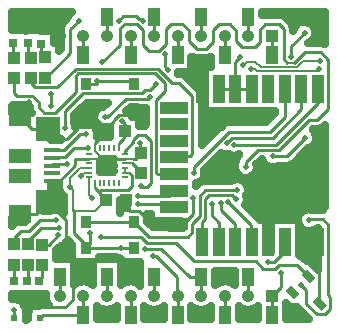
<source format=gtl>
G04 DipTrace 2.4.0.2*
%INTop.gbr*%
%MOIN*%
%ADD14C,0.01*%
%ADD15C,0.0079*%
%ADD16C,0.006*%
%ADD17C,0.007*%
%ADD19C,0.025*%
%ADD22R,0.0433X0.0394*%
%ADD23R,0.0394X0.0433*%
%ADD25R,0.0315X0.0315*%
%ADD27R,0.0236X0.0236*%
%ADD29R,0.0531X0.0157*%
%ADD30R,0.0787X0.0827*%
%ADD31R,0.0748X0.063*%
%ADD32R,0.0748X0.0472*%
%ADD33R,0.0394X0.063*%
%ADD34C,0.0413*%
%ADD35R,0.0413X0.0413*%
%ADD37R,0.0354X0.0394*%
%ADD38R,0.0394X0.0965*%
%ADD39R,0.0965X0.0394*%
%ADD46O,0.0079X0.022*%
%ADD47O,0.022X0.0079*%
%ADD48R,0.0606X0.0669*%
%ADD50C,0.02*%
%FSLAX44Y44*%
G04*
G70*
G90*
G75*
G01*
%LNTop*%
%LPD*%
X6773Y6715D2*
D14*
X8387D1*
X7965D1*
X7086Y8861D2*
D15*
Y8714D1*
D14*
X7266Y8534D1*
Y8597D1*
Y8489D1*
X7450Y8305D1*
X6889Y9373D2*
D15*
Y9390D1*
X6590D1*
X6240Y9040D1*
Y8740D1*
X6350Y8630D1*
Y7930D1*
X7075D1*
X7450Y8305D1*
X8071Y9373D2*
Y9215D1*
X6773Y6715D2*
D14*
Y6815D1*
X6388Y7200D1*
Y7968D1*
X6350Y7930D1*
X11205Y12009D2*
X11756D1*
X12307D1*
X11756D2*
Y12916D1*
X11910Y13070D1*
X7874Y10042D2*
D15*
Y10194D1*
D14*
X8054Y10374D1*
Y10594D1*
X8075Y10615D1*
Y10845D1*
X7990Y10930D1*
X8071Y9215D2*
D15*
X8225D1*
D14*
X8310Y9130D1*
Y8770D1*
X8170Y8630D1*
X7299D1*
X7266Y8597D1*
X13960Y5490D2*
X14130Y5320D1*
Y4850D1*
X14470Y4510D1*
X14750D1*
X14930Y4690D1*
Y5070D1*
X14850Y5150D1*
Y7490D1*
X14670Y7670D1*
X14250D1*
X14210Y7630D1*
X5330Y6820D2*
X5540D1*
X5850Y7130D1*
X6920Y7210D2*
Y6862D1*
X6773Y6715D1*
Y7575D2*
X8387D1*
X11810Y8630D2*
X10750D1*
X10570Y8450D1*
Y7758D1*
X10325Y7513D1*
Y7225D1*
X10175Y7075D1*
X8887D1*
X8387Y7575D1*
X12990Y5120D2*
Y4490D1*
X13280Y5890D2*
Y5410D1*
X12990Y5120D1*
X11730Y10150D2*
X13130D1*
X14510Y11530D1*
Y12007D1*
X14512Y12009D1*
X4347Y14127D2*
X4848D1*
X5910Y14410D2*
X5260D1*
X5219Y14369D1*
X4977Y14127D1*
X4848D1*
X14576Y4858D2*
X14550D1*
Y6853D1*
X14512Y6891D1*
X13960D1*
X12858D2*
Y7546D1*
X13013Y7700D1*
X13138Y7825D1*
X13363D1*
X13575D1*
X13825Y7575D1*
X13887Y7513D1*
Y6964D1*
X13960Y6891D1*
X13075Y9075D2*
Y8113D1*
X13363Y7825D1*
X6773Y11330D2*
X7273Y10830D1*
X7630D1*
X7725Y10925D1*
Y10985D1*
X7890Y11150D1*
X8387D1*
Y11330D1*
X7406Y10615D2*
Y10697D1*
X6773Y11330D1*
X7086Y10042D2*
D16*
Y10206D1*
D14*
X7266Y10386D1*
Y10476D1*
X7406Y10615D1*
X6889Y9688D2*
D15*
X7229D1*
D14*
X7242D1*
X7480Y9450D1*
X7086Y10042D2*
D17*
Y9934D1*
X7480Y9540D1*
Y9450D1*
X8071Y9688D2*
D15*
X8091D1*
D14*
X7718D1*
X7480Y9450D1*
X8071Y9688D2*
D15*
X8368D1*
D14*
X8438D1*
X8620Y9869D1*
X8570D1*
Y10210D1*
X8119Y8305D2*
X8130D1*
Y8070D1*
X8259Y7941D1*
X8559D1*
X8987Y7513D1*
X9703D1*
X9711Y7521D1*
X10021D1*
X10350Y7850D1*
Y8390D1*
X4585Y7836D2*
X5117D1*
X5510Y8230D1*
X5638Y8938D2*
Y8357D1*
X5510Y8230D1*
Y10670D2*
X4979D1*
X4585Y11064D1*
X6110Y6550D2*
Y7630D1*
X5510Y8230D1*
X4810Y5015D2*
X4890D1*
X6889Y9688D2*
X6430D1*
Y9470D1*
X5910Y8950D1*
X5650D1*
X5638Y8938D1*
X4890Y11570D2*
Y11369D1*
X4585Y11064D1*
X5510Y10670D2*
Y10640D1*
X5820Y10330D1*
X6150D1*
X6530Y10710D1*
X6370D1*
X6530D2*
Y10730D1*
X7521D1*
X7406Y10615D1*
X10653Y12009D2*
Y11487D1*
X10790Y11350D1*
X11130D1*
X11350Y11130D1*
Y10710D1*
X10653Y12009D2*
Y12227D1*
X10210Y12670D1*
X5910Y13780D2*
Y14410D1*
X4370Y5015D2*
X4810D1*
X5230Y5020D1*
Y5010D1*
X5500Y4740D1*
X6100D1*
X6350Y4990D1*
Y6280D1*
X6110Y6520D1*
Y6550D1*
X4848Y14127D2*
X5283D1*
X5300Y14110D1*
X8270Y13780D2*
Y13150D1*
X7480Y13780D2*
Y14410D1*
X6700Y13780D2*
Y13150D1*
X13630Y13090D2*
X13610D1*
Y13430D1*
X14070Y13890D1*
X8700Y14290D2*
Y14350D1*
X8550D1*
X8450Y14450D1*
X8030D1*
X7870Y14290D1*
X6540D2*
X6260Y14010D1*
Y13210D1*
X5440Y12390D1*
X5430D1*
X9711Y9174D2*
X9163D1*
X9110Y9228D1*
Y11630D1*
X9410Y11930D1*
Y12210D1*
X9090Y12530D1*
X6530D1*
X6440Y12440D1*
Y11920D1*
X5740Y11220D1*
X5400D1*
X5220Y11400D1*
Y11560D1*
X5000Y11780D1*
X4470D1*
X4387Y11863D1*
Y12377D1*
X9711Y8072D2*
Y8170D1*
X8510D1*
X5870Y7390D2*
X5270D1*
X4870Y6990D1*
Y6825D1*
X4858D1*
X4387D2*
Y7047D1*
X4613Y7273D1*
X4893D1*
X5250Y7630D1*
X5770D1*
X8530Y8450D2*
X9538D1*
X9711Y8623D1*
X4950Y12377D2*
Y12200D1*
X5090Y12060D1*
X5830D1*
X6460Y12690D1*
X9170D1*
X9660Y12200D1*
X9887D1*
X10325Y11762D1*
Y9825D1*
X10263Y9763D1*
X9748D1*
X9711Y9726D1*
X8071Y9845D2*
D15*
Y9935D1*
D14*
Y9951D1*
X8350Y10230D1*
Y10310D1*
X8510Y10470D1*
X8750D1*
X8950Y10270D1*
Y8890D1*
X8810Y8750D1*
X8650D1*
X8630Y8770D1*
X9060Y5120D2*
Y5750D1*
Y13780D2*
Y14410D1*
X13013Y9763D2*
X13483D1*
X14100Y10380D1*
X5330Y6151D2*
Y5711D1*
X5230Y5611D1*
X4848Y13537D2*
Y13149D1*
X4950Y13047D1*
X4347Y13537D2*
Y13047D1*
X4387D1*
X4370Y5605D2*
Y6138D1*
X4387Y6156D1*
X4858D2*
Y5653D1*
X4810Y5605D1*
X5300Y13519D2*
Y13189D1*
X5430Y13059D1*
X8071Y9530D2*
D15*
X8330D1*
D14*
X8620Y9240D1*
Y9200D1*
X7430Y11070D2*
X7490D1*
X8110Y11690D1*
X8870D1*
X8910Y11730D1*
X4387Y4637D2*
Y4387D1*
X9410Y13170D2*
Y12750D1*
X9510Y12650D1*
X5610Y11437D2*
Y11850D1*
X12990Y13780D2*
Y13150D1*
X8387Y12190D2*
Y12290D1*
X7150D1*
Y12190D1*
X6773D1*
X12110Y9410D2*
Y9590D1*
X12510Y9990D1*
X13230D1*
X14222Y10982D1*
X14482D1*
X14850Y11350D1*
Y12990D1*
X14610Y13230D1*
X14070D1*
X13730Y12890D1*
D15*
X13490D1*
D14*
X13370Y13010D1*
Y14010D1*
X13210Y14170D1*
X12750D1*
X12570Y13990D1*
Y13570D1*
X12410Y13410D1*
X11990D1*
X11790Y13610D1*
Y13950D1*
X11570Y14170D1*
X11210D1*
X11010Y13970D1*
Y13570D1*
X10790Y13350D1*
X10470D1*
X10210Y13610D1*
Y13970D1*
X9990Y14190D1*
X9630D1*
X9450Y14010D1*
Y13510D1*
X9230Y13290D1*
X8870D1*
X8670Y13490D1*
Y13990D1*
X8470Y14190D1*
X8070D1*
X7910Y14030D1*
Y13490D1*
X7330Y12910D1*
X7480Y5750D2*
X7490D1*
X14200Y5763D2*
X13812Y6150D1*
X13210D1*
X13080Y6020D1*
X12680D1*
X12438Y6262D1*
X10398D1*
X9770Y6890D1*
X8830D1*
X8630Y7090D1*
X7270D1*
X7480Y5120D2*
Y5750D1*
X10370Y9210D2*
Y9410D1*
X11550Y10590D1*
X12910D1*
X13410Y11090D1*
Y12008D1*
X13409Y12009D1*
X12200Y13780D2*
Y14410D1*
X6889Y9215D2*
D15*
X6725D1*
X6610Y9100D1*
X14590Y12950D2*
D17*
X14030D1*
X13820Y12740D1*
X12610D1*
X12430Y12920D1*
D15*
X12150D1*
X12030Y12800D1*
X9840Y13150D2*
D14*
Y13780D1*
X6889Y9058D2*
D15*
Y8471D1*
X6970Y8390D1*
X14550Y12670D2*
D17*
X14490Y12610D1*
X12490D1*
X12410Y12690D1*
D15*
X12290D1*
X10630Y14410D2*
D14*
Y13780D1*
X6070Y10710D2*
Y11257D1*
X6683Y11870D1*
X8650D1*
X8763Y11983D1*
X8923D1*
X9130Y12190D1*
X11530Y8250D2*
X12290Y7490D1*
Y6908D1*
X12307Y6891D1*
X10653D2*
Y7573D1*
X10750Y7670D1*
Y8350D1*
X10870Y8470D1*
X11650D1*
X11790Y8330D1*
X12860Y6230D2*
X13050D1*
X13390Y6570D1*
Y6910D1*
X13409Y6891D1*
X11270Y8210D2*
Y7990D1*
X11750Y7510D1*
Y6897D1*
X11756Y6891D1*
X10970Y8190D2*
Y7810D1*
X11230Y7550D1*
Y6916D1*
X11205Y6891D1*
X11420Y4490D2*
Y5120D1*
X12200D2*
Y5750D1*
X8750Y6690D2*
X9290D1*
X10250Y5730D1*
X10610D1*
X10630Y5750D1*
Y5120D2*
Y5750D1*
X9030Y6450D2*
X9130D1*
X9830Y5750D1*
Y5130D1*
X9840Y5120D1*
Y4490D2*
Y5120D1*
X11420Y13780D2*
Y13150D1*
X5638Y9706D2*
Y9730D1*
X6070D1*
X6390Y10050D1*
X6850D1*
X5638Y9450D2*
Y9500D1*
X6150D1*
X6700Y4490D2*
X5356D1*
X5254Y4387D1*
X6700Y5120D2*
Y4490D1*
X5638Y9962D2*
X6042D1*
X6590Y10510D1*
X6790D1*
X5910Y5750D2*
Y5120D1*
X13960Y12009D2*
Y11340D1*
X13010Y10390D1*
X11650D1*
X11470Y10210D1*
X8270Y5120D2*
Y4490D1*
D50*
X7965Y6715D3*
X11910Y13070D3*
X6240Y8740D3*
X7990Y10930D3*
X13960Y5490D3*
X14210Y7630D3*
X5850Y7130D3*
X6920Y7210D3*
X11810Y8630D3*
X13280Y5890D3*
X11730Y10150D3*
X13013Y7700D3*
X13825Y7575D3*
X5219Y14369D3*
X13075Y9075D3*
X8570Y10210D3*
X10350Y8390D3*
X6110Y6550D3*
X10350Y8390D3*
X4890Y11570D3*
X6370Y10710D3*
X11350D3*
X10210Y12670D3*
X6110Y6550D3*
X13630Y13090D3*
X14070Y13890D3*
X8700Y14290D3*
X7870D3*
X6540D3*
X8510Y8170D3*
X5870Y7390D3*
X5770Y7630D3*
X8530Y8450D3*
X8630Y8770D3*
X13013Y9763D3*
X14100Y10380D3*
X7430Y11070D3*
X8910Y11730D3*
X4387Y4637D3*
X9410Y13170D3*
X9510Y12650D3*
X5610Y11437D3*
Y11850D3*
X12110Y9410D3*
X7330Y12910D3*
X7150Y12290D3*
X7270Y7090D3*
X10370Y9210D3*
X6610Y9100D3*
X14590Y12950D3*
X12030Y12800D3*
X6970Y8390D3*
X14550Y12670D3*
X12290Y12690D3*
X6070Y10710D3*
X9130Y12190D3*
X11530Y8250D3*
X11790Y8330D3*
X12860Y6230D3*
X11270Y8210D3*
X10970Y8190D3*
X8750Y6690D3*
X9030Y6450D3*
X6850Y10050D3*
X6150Y9500D3*
X6790Y10510D3*
X11470Y10210D3*
X4350Y14326D2*
D19*
X6107D1*
X13524D2*
X14716D1*
X4350Y14078D2*
X5927D1*
X14407D2*
X14716D1*
X5746Y13829D2*
X5921D1*
X14454D2*
X14716D1*
X5746Y13580D2*
X5921D1*
X14289D2*
X14716D1*
X10329Y12834D2*
X10935D1*
X10329Y12585D2*
X10716D1*
X10219Y12337D2*
X10716D1*
X10469Y12088D2*
X10716D1*
X4350Y11342D2*
X4884D1*
X6625D2*
X7161D1*
X8231D2*
X8771D1*
X4473Y11093D2*
X4700D1*
X6411D2*
X7040D1*
X8340D2*
X8771D1*
X10664D2*
X12943D1*
X5375Y10845D2*
X5704D1*
X6434D2*
X6618D1*
X6961D2*
X7118D1*
X8582D2*
X8771D1*
X10664D2*
X11341D1*
X5375Y10596D2*
X5696D1*
X7168D2*
X7568D1*
X10664D2*
X11087D1*
X14418D2*
X14716D1*
X5633Y10347D2*
X5958D1*
X10664D2*
X10837D1*
X14489D2*
X14716D1*
X14356Y10099D2*
X14716D1*
X11282Y9850D2*
X11386D1*
X14039D2*
X14716D1*
X7282Y9601D2*
X7681D1*
X11032D2*
X11771D1*
X13793D2*
X14716D1*
X7289Y9353D2*
X7673D1*
X10782D2*
X11724D1*
X12496D2*
X14716D1*
X10743Y9104D2*
X11888D1*
X12332D2*
X14716D1*
X12121Y8855D2*
X14716D1*
X5633Y8606D2*
X5876D1*
X12200D2*
X14716D1*
X5375Y8358D2*
X6021D1*
X12180D2*
X14716D1*
X5375Y8109D2*
X6021D1*
X7957D2*
X8126D1*
X12141D2*
X14716D1*
X4454Y7860D2*
X4700D1*
X12391D2*
X13904D1*
X4350Y7612D2*
X4763D1*
X8856D2*
X8939D1*
X12793D2*
X12922D1*
X12793Y7363D2*
X12922D1*
X12793Y7114D2*
X12922D1*
X13895D2*
X14509D1*
X6125Y6866D2*
X6254D1*
X12793D2*
X12922D1*
X13895D2*
X14509D1*
X5817Y6617D2*
X6306D1*
X12793D2*
X12922D1*
X13895D2*
X14509D1*
X5817Y6368D2*
X6306D1*
X7239D2*
X7825D1*
X14063D2*
X14509D1*
X6395Y6120D2*
X6993D1*
X7965D2*
X8571D1*
X14422D2*
X14508D1*
X6395Y5871D2*
X6993D1*
X7965D2*
X8571D1*
X11118D2*
X11712D1*
X6395Y5622D2*
X6993D1*
X7965D2*
X8571D1*
X11118D2*
X11712D1*
X4350Y5125D2*
X5415D1*
X4688Y4876D2*
X5482D1*
X7188Y4627D2*
X7782D1*
X8758D2*
X9353D1*
X10329D2*
X10935D1*
X11907D2*
X12505D1*
X13477D2*
X13884D1*
X7188Y4379D2*
X7782D1*
X8758D2*
X9353D1*
X10329D2*
X10935D1*
X11907D2*
X12505D1*
X13477D2*
X14130D1*
X8324Y11077D2*
X8557D1*
Y10784D1*
X8762D1*
X8795Y10853D1*
Y11372D1*
X8241Y11375D1*
X8131Y11266D1*
X8243Y11193D1*
X8322Y11074D1*
X7593Y10415D2*
Y10743D1*
X7503Y10712D1*
X7379Y10709D1*
X7260Y10747D1*
X7162Y10823D1*
X7094Y10927D1*
X7066Y11048D1*
X7080Y11172D1*
X7134Y11284D1*
X7223Y11371D1*
X7336Y11423D1*
X7402Y11429D1*
X7525Y11555D1*
X6810D1*
X6383Y11125D1*
X6385Y10894D1*
X6425Y10779D1*
X6471Y10802D1*
X6590Y10825D1*
X6610D1*
X6696Y10863D1*
X6820Y10874D1*
X6940Y10843D1*
X7043Y10773D1*
X7117Y10672D1*
X7152Y10553D1*
X7155Y10510D1*
X7136Y10399D1*
X7185Y10411D1*
X7320Y10405D1*
X7466Y10410D1*
X7500Y10411D1*
X7597Y10410D1*
X7932Y8318D2*
Y7890D1*
X7945Y8037D1*
X8168D1*
X8146Y8148D1*
X8160Y8272D1*
X8182Y8317D1*
X7932Y8315D1*
X4550Y13959D2*
X5270D1*
Y13940D1*
X5722Y13942D1*
Y13540D1*
X5892Y13541D1*
Y13287D1*
X5944Y13339D1*
X5945Y14010D1*
X5969Y14132D1*
X6037Y14233D1*
X6190Y14392D1*
X6244Y14504D1*
X6319Y14577D1*
X4325Y14575D1*
Y13962D1*
X4770Y13959D1*
Y13956D1*
X4792Y5186D2*
X4328Y5183D1*
X4388Y5187D1*
X4325Y5075D1*
Y5001D1*
X4417D1*
X4538Y4970D1*
X4641Y4900D1*
X4714Y4800D1*
X4722Y4774D1*
X4771Y4771D1*
Y4321D1*
X4868Y4325D1*
X4871Y4771D1*
X5210D1*
X5356Y4805D1*
X5563D1*
X5494Y4898D1*
X5450Y5015D1*
X5439Y5139D1*
X5448Y5189D1*
X5232Y5183D1*
X4388D1*
X5892Y8850D2*
X5608Y8848D1*
Y8407D1*
X5354D1*
X5352Y7947D1*
X5582Y7945D1*
X5676Y7983D1*
X5800Y7994D1*
X5920Y7963D1*
X6023Y7893D1*
X6039Y7871D1*
X6037Y7966D1*
X6045Y8055D1*
Y8434D1*
X5972Y8493D1*
X5904Y8597D1*
X5876Y8718D1*
X5895Y8852D1*
X5611Y10306D2*
X5940D1*
X5900Y10387D1*
X5802Y10463D1*
X5734Y10567D1*
X5706Y10688D1*
X5720Y10812D1*
X5755Y10885D1*
X5740Y10905D1*
X5388Y10906D1*
X5352Y10826D1*
Y10471D1*
X5608Y10473D1*
Y10305D1*
X10302Y13085D2*
Y12570D1*
X9868D1*
X9848Y12517D1*
X10009Y12491D1*
X10110Y12423D1*
X10548Y11985D1*
X10617Y11882D1*
X10640Y11762D1*
Y10126D1*
X11327Y10813D1*
X11431Y10882D1*
X11550Y10905D1*
X12780D1*
X13093Y11219D1*
X13070Y11262D1*
X12396Y11266D1*
X12144Y11262D1*
X11845Y11266D1*
X11593Y11262D1*
X11294Y11266D1*
X11041Y11262D1*
X10743D1*
Y12756D1*
X10958D1*
Y13082D1*
X10909Y13058D1*
X10790Y13035D1*
X10470D1*
X10338Y13065D1*
X12662Y14572D2*
Y14470D1*
X12750Y14485D1*
X13210D1*
X13332Y14461D1*
X13433Y14393D1*
X13593Y14233D1*
X13662Y14129D1*
X13685Y14010D1*
Y13951D1*
X13720Y13992D1*
X13774Y14104D1*
X13863Y14191D1*
X13976Y14243D1*
X14100Y14254D1*
X14220Y14223D1*
X14323Y14153D1*
X14397Y14052D1*
X14432Y13933D1*
X14435Y13890D1*
X14414Y13767D1*
X14353Y13659D1*
X14259Y13578D1*
X14175Y13545D1*
X14610D1*
X14742Y13515D1*
X14743Y14575D1*
X12661D1*
X12756Y14484D1*
X6372Y6256D2*
Y5459D1*
X6486Y5540D1*
X6604Y5582D1*
X6728Y5591D1*
X6850Y5567D1*
X6962Y5512D1*
X7018Y5463D1*
Y6252D1*
X6375Y6253D1*
X7162Y4769D2*
Y4324D1*
X7805Y4325D1*
X7808Y4781D1*
X7710Y4709D1*
X7594Y4663D1*
X7471Y4649D1*
X7347Y4668D1*
X7234Y4718D1*
X7164Y4775D1*
X7217Y6330D2*
X7942D1*
Y5459D1*
X8056Y5540D1*
X8174Y5582D1*
X8298Y5591D1*
X8420Y5567D1*
X8532Y5512D1*
X8599Y5453D1*
X8598Y6252D1*
X7945Y6253D1*
Y6351D1*
X7795Y6392D1*
X7762Y6400D1*
X7211D1*
X8732Y4785D2*
Y4324D1*
X9376Y4325D1*
X9378Y4773D1*
X9290Y4709D1*
X9174Y4663D1*
X9051Y4649D1*
X8927Y4668D1*
X8814Y4718D1*
X8732Y4784D1*
X10302Y4785D2*
Y4324D1*
X10962Y4325D1*
X10958Y4781D1*
X10860Y4709D1*
X10744Y4663D1*
X10621Y4649D1*
X10497Y4668D1*
X10384Y4718D1*
X10302Y4784D1*
X11092Y5951D2*
Y5459D1*
X11206Y5540D1*
X11324Y5582D1*
X11448Y5591D1*
X11570Y5567D1*
X11682Y5512D1*
X11738Y5463D1*
Y5947D1*
X11090D1*
X11882Y4769D2*
Y4324D1*
X12532Y4325D1*
X12528Y4648D1*
X12518D1*
Y4770D1*
X12430Y4709D1*
X12314Y4663D1*
X12191Y4649D1*
X12067Y4668D1*
X11954Y4718D1*
X11884Y4775D1*
X13452Y4652D2*
Y4324D1*
X14212Y4325D1*
X13907Y4627D1*
X13835Y4741D1*
X13685Y4735D1*
X13568Y4786D1*
X13459Y4890D1*
X13462Y4648D1*
X13450D1*
X8829Y7853D2*
Y7580D1*
X9016Y7392D1*
X10008Y7390D1*
X10011Y7524D1*
X9958Y7610D1*
X8964D1*
X8961Y7855D1*
X8832D1*
X10458Y8855D2*
Y8784D1*
X10527Y8853D1*
X10631Y8922D1*
X10750Y8945D1*
X11629D1*
X11716Y8983D1*
X11840Y8994D1*
X11960Y8963D1*
X12063Y8893D1*
X12137Y8792D1*
X12172Y8673D1*
X12175Y8630D1*
X12154Y8507D1*
X12129Y8463D1*
X12155Y8330D1*
X12134Y8207D1*
X12094Y8136D1*
X12460Y7766D1*
X12595Y7638D1*
X12769D1*
Y6580D1*
X12890Y6594D1*
X12946Y6579D1*
X12947Y7638D1*
X13845D1*
X13860Y7732D1*
X13914Y7844D1*
X14003Y7931D1*
X14116Y7983D1*
X14240Y7994D1*
X14274Y7985D1*
X14682Y7984D1*
X14743Y8075D1*
Y10798D1*
X14704Y10759D1*
X14601Y10690D1*
X14482Y10667D1*
X14353D1*
Y10643D1*
X14427Y10542D1*
X14462Y10423D1*
X14465Y10380D1*
X14444Y10257D1*
X14383Y10149D1*
X14289Y10068D1*
X14198Y10032D1*
X13705Y9540D1*
X13602Y9471D1*
X13483Y9448D1*
X13197D1*
X13085Y9405D1*
X12961Y9401D1*
X12843Y9439D1*
X12744Y9515D1*
X12677Y9620D1*
X12663Y9677D1*
X12556Y9590D1*
X12465Y9499D1*
X12475Y9410D1*
X12454Y9287D1*
X12393Y9179D1*
X12299Y9098D1*
X12183Y9052D1*
X12059Y9049D1*
X11940Y9087D1*
X11842Y9163D1*
X11774Y9267D1*
X11746Y9388D1*
X11760Y9512D1*
X11795Y9598D1*
X11823Y9719D1*
X11901Y9827D1*
X11885Y9810D1*
X11803Y9792D1*
X11679Y9789D1*
X11560Y9827D1*
X11532Y9848D1*
X11419Y9849D1*
X11297Y9889D1*
X10720Y9315D1*
X10735Y9210D1*
X10714Y9087D1*
X10653Y8979D1*
X10559Y8898D1*
X10461Y8859D1*
X10533Y8858D1*
X10638Y8924D1*
X10750Y8945D1*
X13871Y7494D2*
Y6462D1*
X13934Y6441D1*
X14035Y6373D1*
X14145Y6264D1*
X14265Y6235D1*
X14332Y6187D1*
X14533Y5985D1*
X14535Y7357D1*
X14283Y7272D1*
X14159Y7269D1*
X14040Y7307D1*
X13942Y7383D1*
X13871Y7499D1*
X7266Y9229D2*
X7320Y9224D1*
X7466Y9229D1*
X7500Y9230D1*
X7635Y9224D1*
X7692Y9230D1*
X7708Y9284D1*
X7699Y9416D1*
X7708Y9442D1*
X7699Y9574D1*
X7732Y9665D1*
X7646Y9682D1*
X7537Y9668D1*
X7488Y9682D1*
X7379Y9668D1*
X7331Y9682D1*
X7262Y9568D1*
X7264Y9530D1*
X7251Y9466D1*
X7264Y9373D1*
X7251Y9308D1*
X7263Y9235D1*
X5792Y6628D2*
X5788Y6330D1*
X6331D1*
Y6812D1*
X6176Y6966D1*
X6133Y6899D1*
X6039Y6818D1*
X5948Y6782D1*
X5792Y6627D1*
X5788Y6338D1*
X5792Y6382D1*
Y6331D1*
X4672Y10985D2*
X4722D1*
X4724Y11201D1*
X4977D1*
X4934Y11268D1*
X4905Y11400D1*
X4906Y11406D1*
X4750Y11465D1*
X4470D1*
X4357Y11486D1*
X4325Y11450D1*
Y11204D1*
X4446Y11201D1*
Y10986D1*
X4672Y10985D1*
X4832Y7660D2*
X4724D1*
Y7937D1*
X4424Y7935D1*
X4427Y7699D1*
X4322D1*
X4325Y7430D1*
X4390Y7496D1*
X4493Y7564D1*
X4613Y7588D1*
X4765D1*
D22*
X8075Y10615D3*
X7406D3*
D23*
X8620Y9200D3*
Y9869D3*
D22*
X7450Y8305D3*
X8119D3*
D25*
X5230Y5020D3*
Y5611D3*
X4848Y14127D3*
Y13537D3*
X4347Y14127D3*
Y13537D3*
X4370Y5015D3*
Y5605D3*
X4810Y5015D3*
Y5605D3*
X5300Y14110D3*
Y13519D3*
D27*
X4387Y4387D3*
X5254D3*
D29*
X5638Y8938D3*
Y9194D3*
Y9450D3*
Y9706D3*
Y9962D3*
D30*
X5510Y8230D3*
Y10670D3*
D31*
X4585Y7836D3*
Y11064D3*
D32*
Y9115D3*
Y9785D3*
D33*
X5910Y14410D3*
X6700Y13150D3*
X7480Y14410D3*
X8270Y13150D3*
X9060Y14410D3*
X9840Y13150D3*
X10630Y14410D3*
X11420Y13150D3*
X12200Y14410D3*
X12990Y13150D3*
D34*
X6700Y13780D3*
X7480D3*
X5910D3*
X8270D3*
X9060D3*
X9840D3*
X10630D3*
X11420D3*
X12200D3*
D35*
X12990D3*
D33*
X5910Y5750D3*
X6700Y4490D3*
X7480Y5750D3*
X8270Y4490D3*
X9060Y5750D3*
X9840Y4490D3*
X10630Y5750D3*
X11420Y4490D3*
X12200Y5750D3*
X12990Y4490D3*
D34*
X6700Y5120D3*
X7480D3*
X5910D3*
X8270D3*
X9060D3*
X9840D3*
X10630D3*
X11420D3*
X12200D3*
D35*
X12990D3*
D23*
X5330Y6820D3*
Y6151D3*
X4950Y12377D3*
Y13047D3*
X4387Y12377D3*
Y13047D3*
Y6825D3*
Y6156D3*
X4858Y6825D3*
Y6156D3*
X5430Y12390D3*
Y13059D3*
D37*
X8387Y11330D3*
X6773D3*
Y12190D3*
X8387D3*
Y6715D3*
X6773D3*
Y7575D3*
X8387D3*
D38*
X14512Y12009D3*
X13960D3*
X13409D3*
X12858D3*
X12307D3*
X11756D3*
X11205D3*
X10653D3*
D39*
X9711Y11379D3*
Y10828D3*
Y10277D3*
Y9726D3*
Y9174D3*
Y8623D3*
Y8072D3*
Y7521D3*
D38*
X10653Y6891D3*
X11205D3*
X11756D3*
X12307D3*
X12858D3*
X13409D3*
X13960D3*
X14512D3*
G36*
X13963Y5818D2*
X14144Y5999D1*
X14437Y5707D1*
X14256Y5526D1*
X13963Y5818D1*
G37*
G36*
X13434Y5289D2*
X13615Y5470D1*
X13908Y5178D1*
X13727Y4997D1*
X13434Y5289D1*
G37*
G36*
X14339Y4913D2*
X14520Y5094D1*
X14812Y4802D1*
X14631Y4621D1*
X14339Y4913D1*
G37*
D46*
X7086Y8861D3*
X7244D3*
X7401D3*
X7559D3*
X7716D3*
X7874D3*
D47*
X8071Y9058D3*
Y9215D3*
Y9373D3*
Y9530D3*
Y9688D3*
Y9845D3*
D46*
X7874Y10042D3*
X7716D3*
X7559D3*
X7401D3*
X7244D3*
X7086D3*
D47*
X6889Y9845D3*
Y9688D3*
Y9530D3*
Y9373D3*
Y9215D3*
Y9058D3*
D48*
X7480Y9450D3*
M02*

</source>
